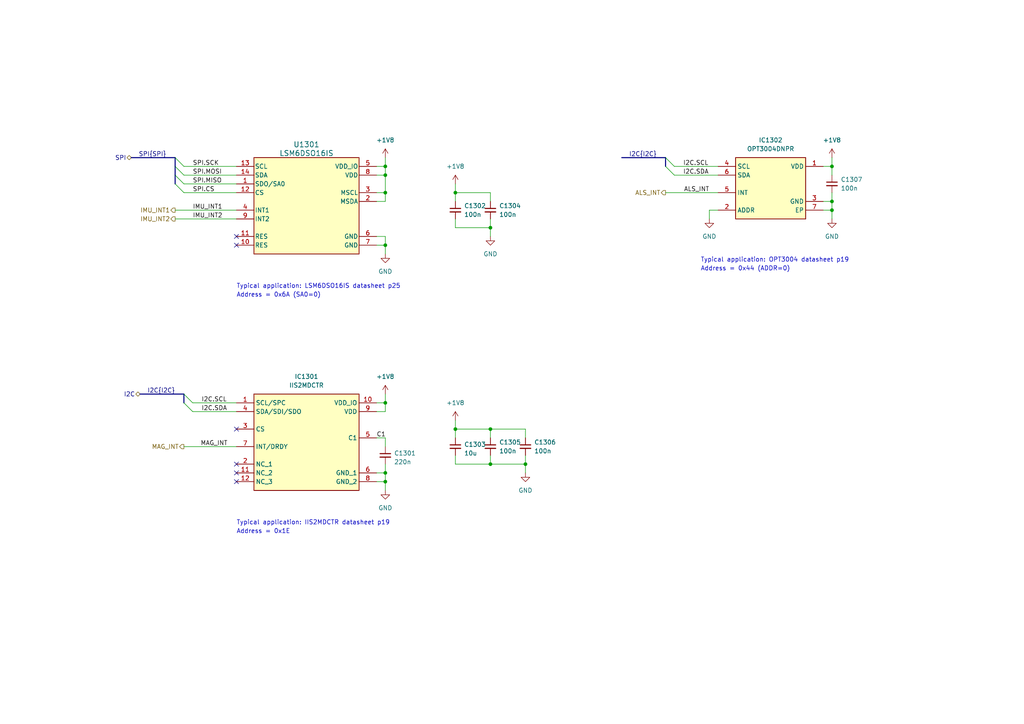
<source format=kicad_sch>
(kicad_sch (version 20230121) (generator eeschema)
  (paper "A4")
  (title_block (title "Watch Sensors") (rev "2"))
  (lib_symbols
    (symbol "Device:C_Small" (pin_numbers hide) (pin_names (offset 0.254) hide)
      (property "Reference" "C" (at 0.254 1.778 0))
      (property "Value" "C_Small" (at 0.254 -2.032 0))
      (symbol "C_Small_0_1"
        (polyline (pts (xy -1.524 -0.508) (xy 1.524 -0.508)) (stroke (width 0.3302)))
        (polyline (pts (xy -1.524 0.508) (xy 1.524 0.508)) (stroke (width 0.3048)))
      )
      (symbol "C_Small_1_1"
        (pin passive line (at 0 2.54 270) (length 2.032) (name "~") (number "1"))
        (pin passive line (at 0 -2.54 90) (length 2.032) (name "~") (number "2"))
      )
    )
    (symbol "IIS2MDCTR:IIS2MDCTR"
      (property "Reference" "U" (at 0 17.78 0))
      (property "Value" "IIS2MDCTR" (at 0 15.24 0))
      (symbol "IIS2MDCTR_1_1"
        (rectangle (start -15.24 12.7) (end 15.24 -15.24) (stroke (width 0.254)) (fill (type background)))
        (pin passive line (at -20.32 10.16 0) (length 5.08) (name "SCL/SPC") (number "1"))
        (pin passive line (at 20.32 10.16 180) (length 5.08) (name "VDD_IO") (number "10"))
        (pin passive line (at -20.32 -10.16 0) (length 5.08) (name "NC_2") (number "11"))
        (pin passive line (at -20.32 -12.7 0) (length 5.08) (name "NC_3") (number "12"))
        (pin passive line (at -20.32 -7.62 0) (length 5.08) (name "NC_1") (number "2"))
        (pin passive line (at -20.32 2.54 0) (length 5.08) (name "CS") (number "3"))
        (pin passive line (at -20.32 7.62 0) (length 5.08) (name "SDA/SDI/SDO") (number "4"))
        (pin passive line (at 20.32 0 180) (length 5.08) (name "C1") (number "5"))
        (pin passive line (at 20.32 -10.16 180) (length 5.08) (name "GND_1") (number "6"))
        (pin passive line (at -20.32 -2.54 0) (length 5.08) (name "INT/DRDY") (number "7"))
        (pin passive line (at 20.32 -12.7 180) (length 5.08) (name "GND_2") (number "8"))
        (pin passive line (at 20.32 7.62 180) (length 5.08) (name "VDD") (number "9"))
      )
    )
    (symbol "LSM6DSO16IS:LSM6DSO16IS" (pin_names (offset 0.254))
      (property "Reference" "U" (at 22.86 10.16 0))
      (property "Value" "LSM6DSO16IS" (at 22.86 7.62 0))
      (symbol "LSM6DSO16IS_0_1"
        (pin unspecified line (at 2.54 -2.54 0) (length 5.08) (name "SDO/SA0") (number "1"))
        (pin unspecified line (at 2.54 -20.32 0) (length 5.08) (name "RES") (number "10"))
        (pin unspecified line (at 2.54 -17.78 0) (length 5.08) (name "RES") (number "11"))
        (pin unspecified line (at 2.54 -5.08 0) (length 5.08) (name "CS") (number "12"))
        (pin unspecified line (at 2.54 2.54 0) (length 5.08) (name "SCL") (number "13"))
        (pin unspecified line (at 2.54 0 0) (length 5.08) (name "SDA") (number "14"))
        (pin unspecified line (at 43.18 -7.62 180) (length 5.08) (name "MSDA") (number "2"))
        (pin unspecified line (at 43.18 -5.08 180) (length 5.08) (name "MSCL") (number "3"))
        (pin input line (at 2.54 -10.16 0) (length 5.08) (name "INT1") (number "4"))
        (pin power_in line (at 43.18 2.54 180) (length 5.08) (name "VDD_IO") (number "5"))
        (pin power_out line (at 43.18 -17.78 180) (length 5.08) (name "GND") (number "6"))
        (pin power_out line (at 43.18 -20.32 180) (length 5.08) (name "GND") (number "7"))
        (pin power_in line (at 43.18 0 180) (length 5.08) (name "VDD") (number "8"))
        (pin input line (at 2.54 -12.7 0) (length 5.08) (name "INT2") (number "9"))
      )
      (symbol "LSM6DSO16IS_1_1"
        (rectangle (start 7.62 5.08) (end 38.1 -22.86) (stroke (width 0.254)) (fill (type background)))
      )
    )
    (symbol "OPT3004DNPR:OPT3004DNPR"
      (property "Reference" "U" (at 0 12.7 0))
      (property "Value" "OPT3004DNPR" (at 0 10.16 0))
      (symbol "OPT3004DNPR_1_1"
        (rectangle (start -10.16 7.62) (end 10.16 -10.16) (stroke (width 0.254)) (fill (type background)))
        (pin passive line (at 15.24 5.08 180) (length 5.08) (name "VDD") (number "1"))
        (pin passive line (at -15.24 -7.62 0) (length 5.08) (name "ADDR") (number "2"))
        (pin passive line (at 15.24 -5.08 180) (length 5.08) (name "GND") (number "3"))
        (pin passive line (at -15.24 5.08 0) (length 5.08) (name "SCL") (number "4"))
        (pin passive line (at -15.24 -2.54 0) (length 5.08) (name "INT") (number "5"))
        (pin passive line (at -15.24 2.54 0) (length 5.08) (name "SDA") (number "6"))
        (pin passive line (at 15.24 -7.62 180) (length 5.08) (name "EP") (number "7"))
      )
    )
    (symbol "power:+1V8" (power) (pin_names (offset 0))
      (property "Value" "+1V8" (at 0 3.556 0))
      (symbol "+1V8_0_1"
        (polyline (pts (xy -0.762 1.27) (xy 0 2.54)))
        (polyline (pts (xy 0 0) (xy 0 2.54)))
        (polyline (pts (xy 0 2.54) (xy 0.762 1.27)))
      )
      (symbol "+1V8_1_1"
        (pin power_in line (at 0 0 90) (length 0) hide (name "+1V8") (number "1"))
      )
    )
    (symbol "power:GND" (power) (pin_names (offset 0))
      (property "Value" "GND" (at 0 -3.81 0))
      (symbol "GND_0_1"
        (polyline (pts (xy 0 0) (xy 0 -1.27) (xy 1.27 -1.27) (xy 0 -2.54) (xy -1.27 -1.27) (xy 0 -1.27)))
      )
      (symbol "GND_1_1"
        (pin power_in line (at 0 0 270) (length 0) hide (name "GND") (number "1"))
      )
    )
  )
  (junction (at 111.76 50.8))
  (junction (at 241.3 60.96))
  (junction (at 152.4 134.62))
  (junction (at 132.08 55.88))
  (junction (at 241.3 58.42))
  (junction (at 132.08 124.46))
  (junction (at 111.76 137.16))
  (junction (at 111.76 71.12))
  (junction (at 142.24 124.46))
  (junction (at 111.76 48.26))
  (junction (at 142.24 66.04))
  (junction (at 241.3 48.26))
  (junction (at 111.76 116.84))
  (junction (at 111.76 55.88))
  (junction (at 111.76 139.7))
  (junction (at 142.24 134.62))
  (no_connect (at 68.58 124.46))
  (no_connect (at 68.58 134.62))
  (no_connect (at 68.58 137.16))
  (no_connect (at 68.58 139.7))
  (no_connect (at 68.58 68.58))
  (no_connect (at 68.58 71.12))
  (bus_entry (at 193.04 45.72) (size 2.54 2.54))
  (bus_entry (at 50.8 45.72) (size 2.54 2.54))
  (bus_entry (at 50.8 50.8) (size 2.54 2.54))
  (bus_entry (at 53.34 116.84) (size 2.54 2.54))
  (bus_entry (at 50.8 48.26) (size 2.54 2.54))
  (bus_entry (at 50.8 53.34) (size 2.54 2.54))
  (bus_entry (at 193.04 48.26) (size 2.54 2.54))
  (bus_entry (at 53.34 114.3) (size 2.54 2.54))
  (bus (pts (xy 193.04 45.72) (xy 193.04 48.26)))
  (wire (pts (xy 193.04 55.88) (xy 208.28 55.88)))
  (wire (pts (xy 111.76 129.54) (xy 111.76 127)))
  (wire (pts (xy 132.08 58.42) (xy 132.08 55.88)))
  (wire (pts (xy 111.76 48.26) (xy 111.76 50.8)))
  (wire (pts (xy 111.76 73.66) (xy 111.76 71.12)))
  (wire (pts (xy 238.76 48.26) (xy 241.3 48.26)))
  (wire (pts (xy 241.3 55.88) (xy 241.3 58.42)))
  (wire (pts (xy 111.76 119.38) (xy 109.22 119.38)))
  (wire (pts (xy 111.76 68.58) (xy 109.22 68.58)))
  (wire (pts (xy 241.3 58.42) (xy 241.3 60.96)))
  (wire (pts (xy 142.24 127) (xy 142.24 124.46)))
  (wire (pts (xy 111.76 71.12) (xy 111.76 68.58)))
  (wire (pts (xy 111.76 116.84) (xy 111.76 119.38)))
  (wire (pts (xy 132.08 53.34) (xy 132.08 55.88)))
  (wire (pts (xy 142.24 124.46) (xy 152.4 124.46)))
  (wire (pts (xy 111.76 137.16) (xy 109.22 137.16)))
  (wire (pts (xy 152.4 132.08) (xy 152.4 134.62)))
  (wire (pts (xy 132.08 127) (xy 132.08 124.46)))
  (wire (pts (xy 195.58 48.26) (xy 208.28 48.26)))
  (wire (pts (xy 241.3 48.26) (xy 241.3 50.8)))
  (bus (pts (xy 50.8 45.72) (xy 50.8 48.26)))
  (wire (pts (xy 111.76 55.88) (xy 109.22 55.88)))
  (bus (pts (xy 53.34 114.3) (xy 53.34 116.84)))
  (bus (pts (xy 38.1 45.72) (xy 50.8 45.72)))
  (wire (pts (xy 50.8 63.5) (xy 68.58 63.5)))
  (wire (pts (xy 53.34 53.34) (xy 68.58 53.34)))
  (wire (pts (xy 111.76 50.8) (xy 111.76 55.88)))
  (wire (pts (xy 109.22 48.26) (xy 111.76 48.26)))
  (wire (pts (xy 53.34 129.54) (xy 68.58 129.54)))
  (wire (pts (xy 111.76 55.88) (xy 111.76 58.42)))
  (wire (pts (xy 111.76 114.3) (xy 111.76 116.84)))
  (wire (pts (xy 142.24 132.08) (xy 142.24 134.62)))
  (wire (pts (xy 142.24 66.04) (xy 132.08 66.04)))
  (wire (pts (xy 205.74 63.5) (xy 205.74 60.96)))
  (wire (pts (xy 142.24 68.58) (xy 142.24 66.04)))
  (wire (pts (xy 55.88 116.84) (xy 68.58 116.84)))
  (wire (pts (xy 50.8 60.96) (xy 68.58 60.96)))
  (bus (pts (xy 40.64 114.3) (xy 53.34 114.3)))
  (wire (pts (xy 142.24 55.88) (xy 132.08 55.88)))
  (bus (pts (xy 50.8 50.8) (xy 50.8 53.34)))
  (wire (pts (xy 111.76 45.72) (xy 111.76 48.26)))
  (wire (pts (xy 53.34 50.8) (xy 68.58 50.8)))
  (wire (pts (xy 142.24 134.62) (xy 132.08 134.62)))
  (wire (pts (xy 111.76 134.62) (xy 111.76 137.16)))
  (wire (pts (xy 111.76 58.42) (xy 109.22 58.42)))
  (wire (pts (xy 111.76 139.7) (xy 111.76 137.16)))
  (wire (pts (xy 238.76 58.42) (xy 241.3 58.42)))
  (wire (pts (xy 238.76 60.96) (xy 241.3 60.96)))
  (wire (pts (xy 111.76 50.8) (xy 109.22 50.8)))
  (wire (pts (xy 142.24 63.5) (xy 142.24 66.04)))
  (wire (pts (xy 55.88 119.38) (xy 68.58 119.38)))
  (wire (pts (xy 152.4 137.16) (xy 152.4 134.62)))
  (wire (pts (xy 109.22 116.84) (xy 111.76 116.84)))
  (wire (pts (xy 195.58 50.8) (xy 208.28 50.8)))
  (bus (pts (xy 180.34 45.72) (xy 193.04 45.72)))
  (wire (pts (xy 111.76 127) (xy 109.22 127)))
  (wire (pts (xy 53.34 55.88) (xy 68.58 55.88)))
  (bus (pts (xy 50.8 48.26) (xy 50.8 50.8)))
  (wire (pts (xy 142.24 124.46) (xy 132.08 124.46)))
  (wire (pts (xy 142.24 58.42) (xy 142.24 55.88)))
  (wire (pts (xy 111.76 142.24) (xy 111.76 139.7)))
  (wire (pts (xy 241.3 48.26) (xy 241.3 45.72)))
  (wire (pts (xy 132.08 66.04) (xy 132.08 63.5)))
  (wire (pts (xy 152.4 134.62) (xy 142.24 134.62)))
  (wire (pts (xy 109.22 139.7) (xy 111.76 139.7)))
  (wire (pts (xy 132.08 121.92) (xy 132.08 124.46)))
  (wire (pts (xy 132.08 134.62) (xy 132.08 132.08)))
  (wire (pts (xy 205.74 60.96) (xy 208.28 60.96)))
  (wire (pts (xy 241.3 63.5) (xy 241.3 60.96)))
  (wire (pts (xy 152.4 127) (xy 152.4 124.46)))
  (wire (pts (xy 109.22 71.12) (xy 111.76 71.12)))
  (wire (pts (xy 53.34 48.26) (xy 68.58 48.26)))
  (text "Address = 0x1E" (at 68.58 154.94 0) (effects (font (size 1.27 1.27)) (justify left bottom)))
  (text "Address = 0x6A (SA0=0)" (at 68.58 86.36 0) (effects (font (size 1.27 1.27)) (justify left bottom)))
  (text "Address = 0x44 (ADDR=0)" (at 203.2 78.74 0) (effects (font (size 1.27 1.27)) (justify left bottom)))
  (text "Typical application: LSM6DSO16IS datasheet p25" (at 68.58 83.82 0) (effects (font (size 1.27 1.27)) (justify left bottom)))
  (text "Typical application: IIS2MDCTR datasheet p19" (at 68.58 152.4 0) (effects (font (size 1.27 1.27)) (justify left bottom)))
  (text "Typical application: OPT3004 datasheet p19" (at 203.2 76.2 0) (effects (font (size 1.27 1.27)) (justify left bottom)))
  (label "SPI.SCK" (at 55.88 48.26 0))
  (label "SPI.CS" (at 55.88 55.88 0))
  (label "IMU_INT2" (at 55.88 63.5 0))
  (label "ALS_INT" (at 205.74 55.88 180))
  (label "I2C{I2C}" (at 190.5 45.72 180))
  (label "I2C.SCL" (at 198.12 48.26 0))
  (label "I2C{I2C}" (at 50.8 114.3 180))
  (label "I2C.SDA" (at 58.42 119.38 0))
  (label "SPI.MISO" (at 55.88 53.34 0))
  (label "I2C.SCL" (at 58.42 116.84 0))
  (label "SPI.MOSI" (at 55.88 50.8 0))
  (label "IMU_INT1" (at 55.88 60.96 0))
  (label "I2C.SDA" (at 198.12 50.8 0))
  (label "SPI{SPI}" (at 48.26 45.72 180))
  (label "C1" (at 109.22 127 0))
  (label "MAG_INT" (at 66.04 129.54 180))
  (hierarchical_label "IMU_INT1" (shape output) (at 50.8 60.96 180))
  (hierarchical_label "SPI" (shape bidirectional) (at 38.1 45.72 180) (property "DSI" "DSI" (effects hide)))
  (hierarchical_label "MAG_INT" (shape output) (at 53.34 129.54 180))
  (hierarchical_label "ALS_INT" (shape output) (at 193.04 55.88 180))
  (hierarchical_label "I2C" (shape bidirectional) (at 40.64 114.3 180) (property "DSI" "DSI" (effects hide)))
  (hierarchical_label "IMU_INT2" (shape output) (at 50.8 63.5 180))
  (symbol (lib_id "power:GND") (at 205.74 63.5 0) (unit 1)
    (property "Reference" "#PWR01309" (effects hide))
    (property "Value" "GND" (at 205.74 68.58 0))
  )
  (symbol (lib_id "Device:C_Small") (at 142.24 60.96 0) (unit 1)
    (property "Reference" "C1304" (at 144.78 59.6963 0) (effects (justify left)))
    (property "Value" "100n" (at 144.78 62.2363 0) (effects (justify left)))
    (property "Footprint" "Capacitor_SMD:C_0402_1005Metric" (effects hide))
  )
  (symbol (lib_id "Device:C_Small") (at 152.4 129.54 0) (unit 1)
    (property "Reference" "C1306" (at 154.94 128.2763 0) (effects (justify left)))
    (property "Value" "100n" (at 154.94 130.8163 0) (effects (justify left)))
    (property "Footprint" "Capacitor_SMD:C_0402_1005Metric" (effects hide))
  )
  (symbol (lib_id "Device:C_Small") (at 111.76 132.08 0) (unit 1)
    (property "Reference" "C1301" (at 114.3 131.4513 0) (effects (justify left)))
    (property "Value" "220n" (at 114.3 133.9913 0) (effects (justify left)))
    (property "Footprint" "Capacitor_SMD:C_0402_1005Metric" (effects hide))
  )
  (symbol (lib_id "power:+1V8") (at 132.08 53.34 0) (unit 1)
    (property "Reference" "#PWR01305" (effects hide))
    (property "Value" "+1V8" (at 132.08 48.26 0))
  )
  (symbol (lib_id "power:GND") (at 241.3 63.5 0) (unit 1)
    (property "Reference" "#PWR01311" (effects hide))
    (property "Value" "GND" (at 241.3 68.58 0))
  )
  (symbol (lib_id "power:+1V8") (at 132.08 121.92 0) (unit 1)
    (property "Reference" "#PWR01306" (effects hide))
    (property "Value" "+1V8" (at 132.08 116.84 0))
  )
  (symbol (lib_id "Device:C_Small") (at 132.08 60.96 0) (unit 1)
    (property "Reference" "C1302" (at 134.62 59.6963 0) (effects (justify left)))
    (property "Value" "100n" (at 134.62 62.2363 0) (effects (justify left)))
    (property "Footprint" "Capacitor_SMD:C_0402_1005Metric" (effects hide))
  )
  (symbol (lib_id "Device:C_Small") (at 241.3 53.34 0) (unit 1)
    (property "Reference" "C1307" (at 243.84 52.0763 0) (effects (justify left)))
    (property "Value" "100n" (at 243.84 54.6163 0) (effects (justify left)))
    (property "Footprint" "Capacitor_SMD:C_0402_1005Metric" (effects hide))
  )
  (symbol (lib_id "power:GND") (at 111.76 142.24 0) (unit 1)
    (property "Reference" "#PWR01304" (effects hide))
    (property "Value" "GND" (at 111.76 147.32 0))
  )
  (symbol (lib_id "power:+1V8") (at 241.3 45.72 0) (unit 1)
    (property "Reference" "#PWR01310" (effects hide))
    (property "Value" "+1V8" (at 241.3 40.64 0))
  )
  (symbol (lib_id "power:GND") (at 152.4 137.16 0) (unit 1)
    (property "Reference" "#PWR01308" (effects hide))
    (property "Value" "GND" (at 152.4 142.24 0))
  )
  (symbol (lib_id "power:+1V8") (at 111.76 45.72 0) (unit 1)
    (property "Reference" "#PWR01301" (effects hide))
    (property "Value" "+1V8" (at 111.76 40.64 0))
  )
  (symbol (lib_id "OPT3004DNPR:OPT3004DNPR") (at 223.52 53.34 0) (unit 1)
    (property "Reference" "IC1302" (at 223.52 40.64 0))
    (property "Value" "OPT3004DNPR" (at 223.52 43.18 0))
    (property "Footprint" "SON65P200X200X65-7N-D" (effects hide))
    (property "Datasheet" "http://www.ti.com/lit/ds/symlink/opt3004.pdf" (effects hide))
    (property "Height" "0.65" (effects hide))
    (property "Mouser Part Number" "595-OPT3004DNPR" (effects hide))
    (property "Mouser Price/Stock" "https://www.mouser.co.uk/ProductDetail/Texas-Instruments/OPT3004DNPR?qs=l7cgNqFNU1jkBuP1vZFGkA%3D%3D" (effects hide))
    (property "Manufacturer_Name" "Texas Instruments" (effects hide))
    (property "Manufacturer_Part_Number" "OPT3004DNPR" (effects hide))
  )
  (symbol (lib_id "power:GND") (at 111.76 73.66 0) (unit 1)
    (property "Reference" "#PWR01302" (effects hide))
    (property "Value" "GND" (at 111.76 78.74 0))
  )
  (symbol (lib_id "power:GND") (at 142.24 68.58 0) (unit 1)
    (property "Reference" "#PWR01307" (effects hide))
    (property "Value" "GND" (at 142.24 73.66 0))
  )
  (symbol (lib_id "LSM6DSO16IS:LSM6DSO16IS") (at 66.04 50.8 0) (unit 1)
    (property "Reference" "U1301" (at 88.9 41.91 0) (effects (font (size 1.524 1.524))))
    (property "Value" "LSM6DSO16IS" (at 88.9 44.45 0) (effects (font (size 1.524 1.524))))
    (property "Footprint" "LGA14_LSM6_STM" (effects hide))
    (property "Datasheet" "https://www.mouser.co.uk/datasheet/2/389/lsm6dso16is-3000171.pdf" (effects hide))
  )
  (symbol (lib_id "IIS2MDCTR:IIS2MDCTR") (at 88.9 127 0) (unit 1)
    (property "Reference" "IC1301" (at 88.9 109.22 0))
    (property "Value" "IIS2MDCTR" (at 88.9 111.76 0))
    (property "Footprint" "watch_footprints:IIS2MDCTR" (effects hide))
    (property "Datasheet" "https://www.st.com/resource/en/datasheet/iis2mdc.pdf" (effects hide))
    (property "Height" "0.7" (effects hide))
    (property "Mouser Part Number" "511-IIS2MDCTR" (effects hide))
    (property "Mouser Price/Stock" "https://www.mouser.co.uk/ProductDetail/STMicroelectronics/IIS2MDCTR?qs=1mbolxNpo8ems1K%2FRdQzXg%3D%3D" (effects hide))
    (property "Manufacturer_Name" "STMicroelectronics" (effects hide))
    (property "Manufacturer_Part_Number" "IIS2MDCTR" (effects hide))
  )
  (symbol (lib_id "Device:C_Small") (at 142.24 129.54 0) (unit 1)
    (property "Reference" "C1305" (at 144.78 128.2763 0) (effects (justify left)))
    (property "Value" "100n" (at 144.78 130.8163 0) (effects (justify left)))
    (property "Footprint" "Capacitor_SMD:C_0402_1005Metric" (effects hide))
  )
  (symbol (lib_id "power:+1V8") (at 111.76 114.3 0) (unit 1)
    (property "Reference" "#PWR01303" (effects hide))
    (property "Value" "+1V8" (at 111.76 109.22 0))
  )
  (symbol (lib_id "Device:C_Small") (at 132.08 129.54 0) (unit 1)
    (property "Reference" "C1303" (at 134.62 128.9113 0) (effects (justify left)))
    (property "Value" "10u" (at 134.62 131.4513 0) (effects (justify left)))
    (property "Footprint" "Capacitor_SMD:C_0402_1005Metric" (effects hide))
  )
)
</source>
